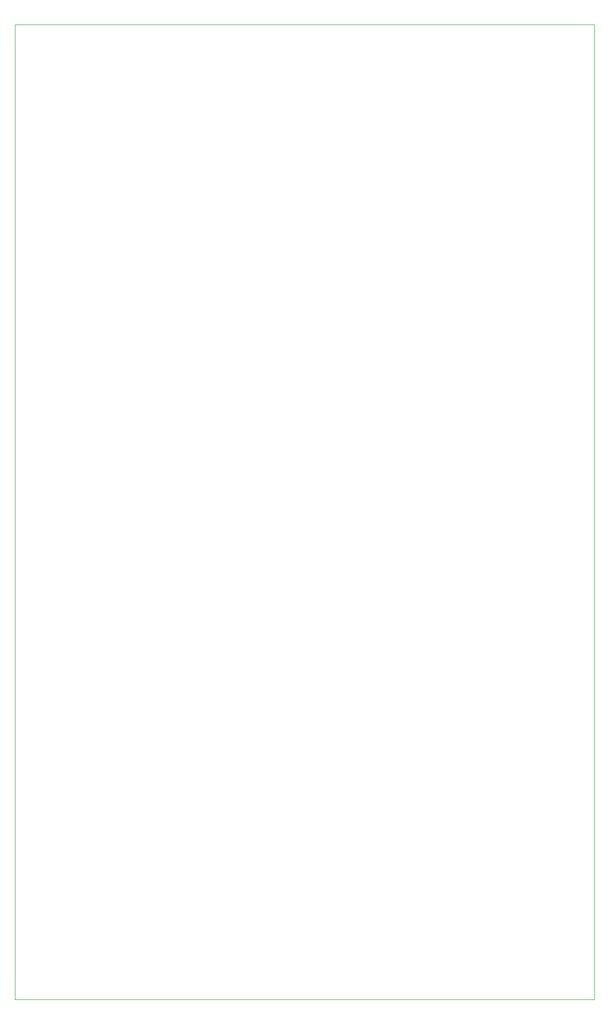
<source format=gbr>
%TF.GenerationSoftware,KiCad,Pcbnew,7.0.9-7.0.9~ubuntu22.04.1*%
%TF.CreationDate,2023-12-07T20:45:01+01:00*%
%TF.ProjectId,Carte_Base_roulante_2024,43617274-655f-4426-9173-655f726f756c,rev?*%
%TF.SameCoordinates,Original*%
%TF.FileFunction,Profile,NP*%
%FSLAX46Y46*%
G04 Gerber Fmt 4.6, Leading zero omitted, Abs format (unit mm)*
G04 Created by KiCad (PCBNEW 7.0.9-7.0.9~ubuntu22.04.1) date 2023-12-07 20:45:01*
%MOMM*%
%LPD*%
G01*
G04 APERTURE LIST*
%TA.AperFunction,Profile*%
%ADD10C,0.100000*%
%TD*%
G04 APERTURE END LIST*
D10*
X67000000Y-14000000D02*
X175000000Y-14000000D01*
X175000000Y-195500000D01*
X67000000Y-195500000D01*
X67000000Y-14000000D01*
M02*

</source>
